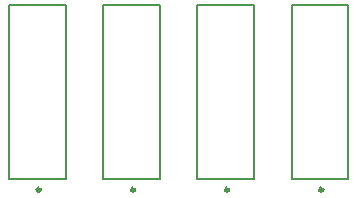
<source format=gbr>
G04 #@! TF.GenerationSoftware,KiCad,Pcbnew,(5.1.5)-3*
G04 #@! TF.CreationDate,2020-04-19T01:43:58-04:00*
G04 #@! TF.ProjectId,Pwr_Diff_Breakout,5077725f-4469-4666-965f-427265616b6f,v1*
G04 #@! TF.SameCoordinates,Original*
G04 #@! TF.FileFunction,Other,ECO2*
%FSLAX46Y46*%
G04 Gerber Fmt 4.6, Leading zero omitted, Abs format (unit mm)*
G04 Created by KiCad (PCBNEW (5.1.5)-3) date 2020-04-19 01:43:58*
%MOMM*%
%LPD*%
G04 APERTURE LIST*
%ADD10C,0.300000*%
%ADD11C,0.127000*%
G04 APERTURE END LIST*
D10*
X113742420Y-152617800D02*
G75*
G03X113742420Y-152617800I-141420J0D01*
G01*
D11*
X115901000Y-151667800D02*
X111101000Y-151667800D01*
X115901000Y-136967800D02*
X115901000Y-151667800D01*
X111101000Y-136967800D02*
X115901000Y-136967800D01*
X111101000Y-151667800D02*
X111101000Y-136967800D01*
D10*
X105775752Y-152617800D02*
G75*
G03X105775752Y-152617800I-141420J0D01*
G01*
D11*
X107934332Y-151667800D02*
X103134332Y-151667800D01*
X107934332Y-136967800D02*
X107934332Y-151667800D01*
X103134332Y-136967800D02*
X107934332Y-136967800D01*
X103134332Y-151667800D02*
X103134332Y-136967800D01*
D10*
X89842420Y-152617800D02*
G75*
G03X89842420Y-152617800I-141420J0D01*
G01*
D11*
X92001000Y-151667800D02*
X87201000Y-151667800D01*
X92001000Y-136967800D02*
X92001000Y-151667800D01*
X87201000Y-136967800D02*
X92001000Y-136967800D01*
X87201000Y-151667800D02*
X87201000Y-136967800D01*
D10*
X97809086Y-152617800D02*
G75*
G03X97809086Y-152617800I-141420J0D01*
G01*
D11*
X99967666Y-151667800D02*
X95167666Y-151667800D01*
X99967666Y-136967800D02*
X99967666Y-151667800D01*
X95167666Y-136967800D02*
X99967666Y-136967800D01*
X95167666Y-151667800D02*
X95167666Y-136967800D01*
M02*

</source>
